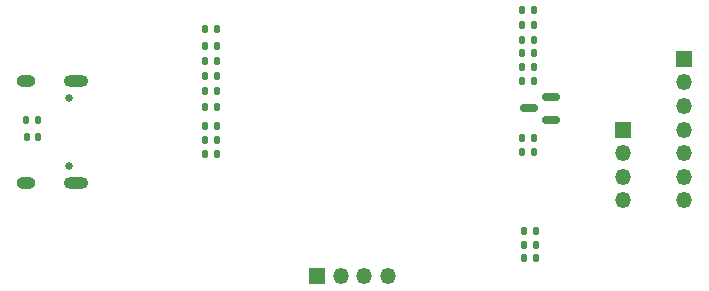
<source format=gbr>
%TF.GenerationSoftware,KiCad,Pcbnew,(6.0.8)*%
%TF.CreationDate,2022-11-06T21:15:53+08:00*%
%TF.ProjectId,JLinkV9-mini,4a4c696e-6b56-4392-9d6d-696e692e6b69,hinsshum*%
%TF.SameCoordinates,Original*%
%TF.FileFunction,Soldermask,Bot*%
%TF.FilePolarity,Negative*%
%FSLAX46Y46*%
G04 Gerber Fmt 4.6, Leading zero omitted, Abs format (unit mm)*
G04 Created by KiCad (PCBNEW (6.0.8)) date 2022-11-06 21:15:53*
%MOMM*%
%LPD*%
G01*
G04 APERTURE LIST*
G04 Aperture macros list*
%AMRoundRect*
0 Rectangle with rounded corners*
0 $1 Rounding radius*
0 $2 $3 $4 $5 $6 $7 $8 $9 X,Y pos of 4 corners*
0 Add a 4 corners polygon primitive as box body*
4,1,4,$2,$3,$4,$5,$6,$7,$8,$9,$2,$3,0*
0 Add four circle primitives for the rounded corners*
1,1,$1+$1,$2,$3*
1,1,$1+$1,$4,$5*
1,1,$1+$1,$6,$7*
1,1,$1+$1,$8,$9*
0 Add four rect primitives between the rounded corners*
20,1,$1+$1,$2,$3,$4,$5,0*
20,1,$1+$1,$4,$5,$6,$7,0*
20,1,$1+$1,$6,$7,$8,$9,0*
20,1,$1+$1,$8,$9,$2,$3,0*%
G04 Aperture macros list end*
%ADD10R,1.350000X1.350000*%
%ADD11O,1.350000X1.350000*%
%ADD12C,0.650000*%
%ADD13O,1.600000X1.000000*%
%ADD14O,2.100000X1.000000*%
%ADD15RoundRect,0.135000X0.135000X0.185000X-0.135000X0.185000X-0.135000X-0.185000X0.135000X-0.185000X0*%
%ADD16RoundRect,0.150000X0.587500X0.150000X-0.587500X0.150000X-0.587500X-0.150000X0.587500X-0.150000X0*%
%ADD17RoundRect,0.135000X-0.135000X-0.185000X0.135000X-0.185000X0.135000X0.185000X-0.135000X0.185000X0*%
%ADD18RoundRect,0.140000X-0.140000X-0.170000X0.140000X-0.170000X0.140000X0.170000X-0.140000X0.170000X0*%
G04 APERTURE END LIST*
D10*
%TO.C,J2*%
X99400000Y-97800000D03*
D11*
X101400000Y-97800000D03*
X103400000Y-97800000D03*
X105400000Y-97800000D03*
%TD*%
D10*
%TO.C,J4*%
X130500000Y-79400000D03*
D11*
X130500000Y-81400000D03*
X130500000Y-83400000D03*
X130500000Y-85400000D03*
X130500000Y-87400000D03*
X130500000Y-89400000D03*
X130500000Y-91400000D03*
%TD*%
D10*
%TO.C,J3*%
X125300000Y-85400000D03*
D11*
X125300000Y-87400000D03*
X125300000Y-89400000D03*
X125300000Y-91400000D03*
%TD*%
D12*
%TO.C,J1*%
X78440000Y-82710000D03*
X78440000Y-88490000D03*
D13*
X74790000Y-89920000D03*
D14*
X78970000Y-89920000D03*
D13*
X74790000Y-81280000D03*
D14*
X78970000Y-81280000D03*
%TD*%
D15*
%TO.C,R14*%
X117810000Y-76500000D03*
X116790000Y-76500000D03*
%TD*%
%TO.C,R21*%
X117810000Y-81300000D03*
X116790000Y-81300000D03*
%TD*%
%TO.C,R10*%
X117810000Y-87300000D03*
X116790000Y-87300000D03*
%TD*%
D16*
%TO.C,Q1*%
X119237500Y-82650000D03*
X119237500Y-84550000D03*
X117362500Y-83600000D03*
%TD*%
D17*
%TO.C,R18*%
X89890000Y-79600000D03*
X90910000Y-79600000D03*
%TD*%
%TO.C,R27*%
X89890000Y-86300000D03*
X90910000Y-86300000D03*
%TD*%
%TO.C,R19*%
X89890000Y-76900000D03*
X90910000Y-76900000D03*
%TD*%
D15*
%TO.C,R11*%
X117910000Y-94000000D03*
X116890000Y-94000000D03*
%TD*%
D17*
%TO.C,R16*%
X89890000Y-85100000D03*
X90910000Y-85100000D03*
%TD*%
%TO.C,R31*%
X116890000Y-95200000D03*
X117910000Y-95200000D03*
%TD*%
%TO.C,R28*%
X89880000Y-78300000D03*
X90900000Y-78300000D03*
%TD*%
D18*
%TO.C,C1*%
X74820000Y-86000000D03*
X75780000Y-86000000D03*
%TD*%
D17*
%TO.C,R29*%
X116790000Y-78900000D03*
X117810000Y-78900000D03*
%TD*%
D15*
%TO.C,R15*%
X117810000Y-75300000D03*
X116790000Y-75300000D03*
%TD*%
%TO.C,R1*%
X75810000Y-84600000D03*
X74790000Y-84600000D03*
%TD*%
D17*
%TO.C,R13*%
X89890000Y-80900000D03*
X90910000Y-80900000D03*
%TD*%
%TO.C,R12*%
X89890000Y-82100000D03*
X90910000Y-82100000D03*
%TD*%
%TO.C,R17*%
X89890000Y-87500000D03*
X90910000Y-87500000D03*
%TD*%
%TO.C,R22*%
X116790000Y-86100000D03*
X117810000Y-86100000D03*
%TD*%
D15*
%TO.C,R26*%
X117810000Y-77800000D03*
X116790000Y-77800000D03*
%TD*%
D17*
%TO.C,R25*%
X89890000Y-83500000D03*
X90910000Y-83500000D03*
%TD*%
D15*
%TO.C,R20*%
X117810000Y-80100000D03*
X116790000Y-80100000D03*
%TD*%
D17*
%TO.C,R30*%
X116890000Y-96300000D03*
X117910000Y-96300000D03*
%TD*%
M02*

</source>
